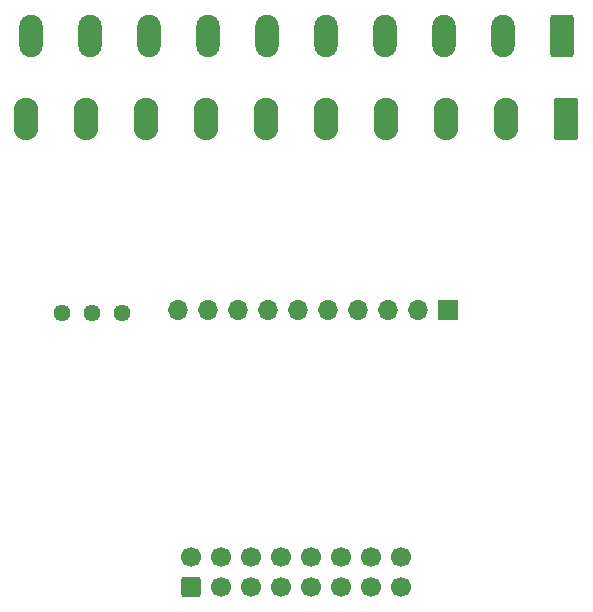
<source format=gbr>
%TF.GenerationSoftware,KiCad,Pcbnew,6.0.11+dfsg-1~bpo11+1*%
%TF.CreationDate,2023-07-05T16:39:37+02:00*%
%TF.ProjectId,ain4rib21,61696e34-7269-4623-9231-2e6b69636164,1.1*%
%TF.SameCoordinates,Original*%
%TF.FileFunction,Soldermask,Bot*%
%TF.FilePolarity,Negative*%
%FSLAX46Y46*%
G04 Gerber Fmt 4.6, Leading zero omitted, Abs format (unit mm)*
G04 Created by KiCad (PCBNEW 6.0.11+dfsg-1~bpo11+1) date 2023-07-05 16:39:37*
%MOMM*%
%LPD*%
G01*
G04 APERTURE LIST*
G04 Aperture macros list*
%AMRoundRect*
0 Rectangle with rounded corners*
0 $1 Rounding radius*
0 $2 $3 $4 $5 $6 $7 $8 $9 X,Y pos of 4 corners*
0 Add a 4 corners polygon primitive as box body*
4,1,4,$2,$3,$4,$5,$6,$7,$8,$9,$2,$3,0*
0 Add four circle primitives for the rounded corners*
1,1,$1+$1,$2,$3*
1,1,$1+$1,$4,$5*
1,1,$1+$1,$6,$7*
1,1,$1+$1,$8,$9*
0 Add four rect primitives between the rounded corners*
20,1,$1+$1,$2,$3,$4,$5,0*
20,1,$1+$1,$4,$5,$6,$7,0*
20,1,$1+$1,$6,$7,$8,$9,0*
20,1,$1+$1,$8,$9,$2,$3,0*%
G04 Aperture macros list end*
%ADD10R,1.700000X1.700000*%
%ADD11O,1.700000X1.700000*%
%ADD12RoundRect,0.250000X0.600000X-0.600000X0.600000X0.600000X-0.600000X0.600000X-0.600000X-0.600000X0*%
%ADD13C,1.700000*%
%ADD14C,1.440000*%
%ADD15RoundRect,0.250000X0.750000X1.550000X-0.750000X1.550000X-0.750000X-1.550000X0.750000X-1.550000X0*%
%ADD16O,2.000000X3.600000*%
%ADD17RoundRect,0.249999X0.790001X1.550001X-0.790001X1.550001X-0.790001X-1.550001X0.790001X-1.550001X0*%
%ADD18O,2.080000X3.600000*%
G04 APERTURE END LIST*
D10*
%TO.C,J1*%
X167840000Y-93450000D03*
D11*
X165300000Y-93450000D03*
X162760000Y-93450000D03*
X160220000Y-93450000D03*
X157680000Y-93450000D03*
X155140000Y-93450000D03*
X152600000Y-93450000D03*
X150060000Y-93450000D03*
X147520000Y-93450000D03*
X144980000Y-93450000D03*
%TD*%
D12*
%TO.C,J2*%
X146110000Y-116972500D03*
D13*
X146110000Y-114432500D03*
X148650000Y-116972500D03*
X148650000Y-114432500D03*
X151190000Y-116972500D03*
X151190000Y-114432500D03*
X153730000Y-116972500D03*
X153730000Y-114432500D03*
X156270000Y-116972500D03*
X156270000Y-114432500D03*
X158810000Y-116972500D03*
X158810000Y-114432500D03*
X161350000Y-116972500D03*
X161350000Y-114432500D03*
X163890000Y-116972500D03*
X163890000Y-114432500D03*
%TD*%
D14*
%TO.C,RV4*%
X135150000Y-93700000D03*
X137690000Y-93700000D03*
X140230000Y-93700000D03*
%TD*%
D15*
%TO.C,J3*%
X177500000Y-70277500D03*
D16*
X172500000Y-70277500D03*
X167500000Y-70277500D03*
X162500000Y-70277500D03*
X157500000Y-70277500D03*
X152500000Y-70277500D03*
X147500000Y-70277500D03*
X142500000Y-70277500D03*
X137500000Y-70277500D03*
X132500000Y-70277500D03*
%TD*%
D17*
%TO.C,J4*%
X177860000Y-77277500D03*
D18*
X172780000Y-77277500D03*
X167700000Y-77277500D03*
X162620000Y-77277500D03*
X157540000Y-77277500D03*
X152460000Y-77277500D03*
X147380000Y-77277500D03*
X142300000Y-77277500D03*
X137220000Y-77277500D03*
X132140000Y-77277500D03*
%TD*%
M02*

</source>
